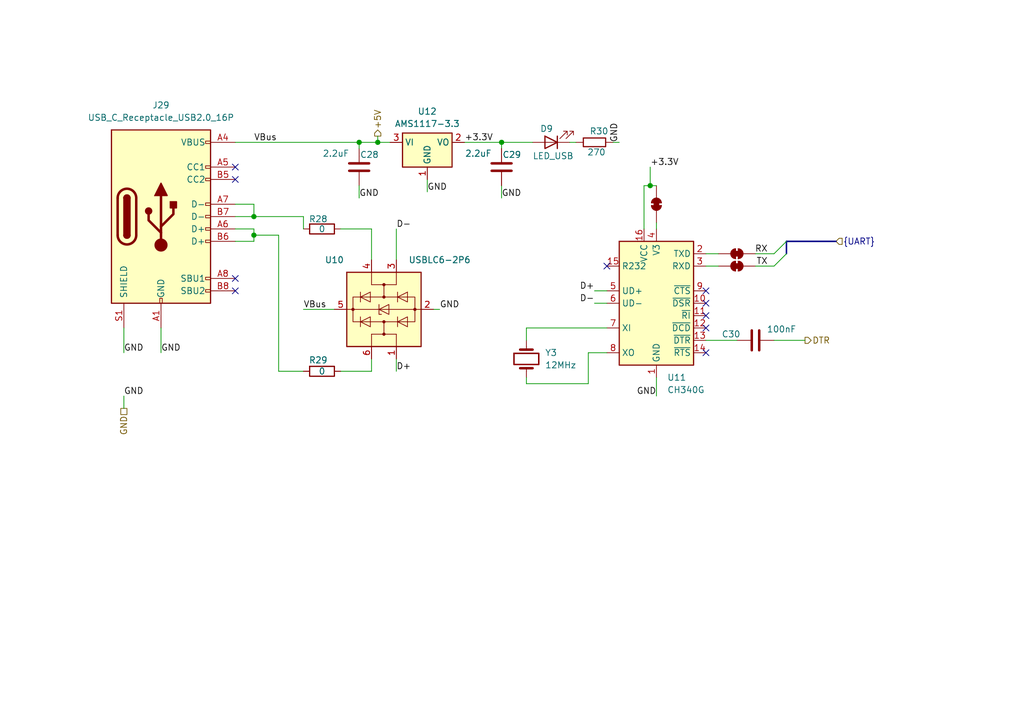
<source format=kicad_sch>
(kicad_sch (version 20231120) (generator "eeschema") (generator_version "8.0")
  (paper "A5")
  (title_block (title "Programming connector") (date "2024-11-03") (rev "1.0"))
  (lib_symbols
    (symbol "Connector:USB_C_Receptacle_USB2.0_16P" (pin_names (offset 1.016))
      (property "Reference" "J" (at 0 22.225 0))
      (property "Value" "USB_C_Receptacle_USB2.0_16P" (at 0 19.685 0))
      (symbol "USB_C_Receptacle_USB2.0_16P_0_0"
        (rectangle (start -0.254 -17.78) (end 0.254 -16.764))
        (rectangle (start 10.16 -14.986) (end 9.144 -15.494))
        (rectangle (start 10.16 -12.446) (end 9.144 -12.954))
        (rectangle (start 10.16 -4.826) (end 9.144 -5.334))
        (rectangle (start 10.16 -2.286) (end 9.144 -2.794))
        (rectangle (start 10.16 0.254) (end 9.144 -0.254))
        (rectangle (start 10.16 2.794) (end 9.144 2.286))
        (rectangle (start 10.16 7.874) (end 9.144 7.366))
        (rectangle (start 10.16 10.414) (end 9.144 9.906))
        (rectangle (start 10.16 15.494) (end 9.144 14.986))
      )
      (symbol "USB_C_Receptacle_USB2.0_16P_0_1"
        (rectangle (start -10.16 17.78) (end 10.16 -17.78) (stroke (width 0.254)) (fill (type background)))
        (arc (start -8.89 -3.81) (mid -6.985 -5.7067) (end -5.08 -3.81) (stroke (width 0.508)))
        (arc (start -7.62 -3.81) (mid -6.985 -4.4423) (end -6.35 -3.81) (stroke (width 0.254)))
        (arc (start -7.62 -3.81) (mid -6.985 -4.4423) (end -6.35 -3.81) (stroke (width 0.254)) (fill (type outline)))
        (rectangle (start -7.62 -3.81) (end -6.35 3.81) (stroke (width 0.254)) (fill (type outline)))
        (arc (start -6.35 3.81) (mid -6.985 4.4423) (end -7.62 3.81) (stroke (width 0.254)))
        (arc (start -6.35 3.81) (mid -6.985 4.4423) (end -7.62 3.81) (stroke (width 0.254)) (fill (type outline)))
        (arc (start -5.08 3.81) (mid -6.985 5.7067) (end -8.89 3.81) (stroke (width 0.508)))
        (circle (center -2.54 1.143) (radius 0.635) (stroke (width 0.254)) (fill (type outline)))
        (circle (center 0 -5.842) (radius 1.27) (fill (type outline)))
        (polyline (pts (xy -8.89 -3.81) (xy -8.89 3.81)) (stroke (width 0.508)))
        (polyline (pts (xy -5.08 3.81) (xy -5.08 -3.81)) (stroke (width 0.508)))
        (polyline (pts (xy 0 -5.842) (xy 0 4.318)) (stroke (width 0.508)))
        (polyline (pts (xy 0 -3.302) (xy -2.54 -0.762) (xy -2.54 0.508)) (stroke (width 0.508)))
        (polyline (pts (xy 0 -2.032) (xy 2.54 0.508) (xy 2.54 1.778)) (stroke (width 0.508)))
        (polyline (pts (xy -1.27 4.318) (xy 0 6.858) (xy 1.27 4.318) (xy -1.27 4.318)) (stroke (width 0.254)) (fill (type outline)))
        (rectangle (start 1.905 1.778) (end 3.175 3.048) (stroke (width 0.254)) (fill (type outline)))
      )
      (symbol "USB_C_Receptacle_USB2.0_16P_1_1"
        (pin passive line (at 0 -22.86 90) (length 5.08) (name "GND") (number "A1"))
        (pin passive line (at 0 -22.86 90) (length 5.08) hide (name "GND") (number "A12"))
        (pin passive line (at 15.24 15.24 180) (length 5.08) (name "VBUS") (number "A4"))
        (pin bidirectional line (at 15.24 10.16 180) (length 5.08) (name "CC1") (number "A5"))
        (pin bidirectional line (at 15.24 -2.54 180) (length 5.08) (name "D+") (number "A6"))
        (pin bidirectional line (at 15.24 2.54 180) (length 5.08) (name "D-") (number "A7"))
        (pin bidirectional line (at 15.24 -12.7 180) (length 5.08) (name "SBU1") (number "A8"))
        (pin passive line (at 15.24 15.24 180) (length 5.08) hide (name "VBUS") (number "A9"))
        (pin passive line (at 0 -22.86 90) (length 5.08) hide (name "GND") (number "B1"))
        (pin passive line (at 0 -22.86 90) (length 5.08) hide (name "GND") (number "B12"))
        (pin passive line (at 15.24 15.24 180) (length 5.08) hide (name "VBUS") (number "B4"))
        (pin bidirectional line (at 15.24 7.62 180) (length 5.08) (name "CC2") (number "B5"))
        (pin bidirectional line (at 15.24 -5.08 180) (length 5.08) (name "D+") (number "B6"))
        (pin bidirectional line (at 15.24 0 180) (length 5.08) (name "D-") (number "B7"))
        (pin bidirectional line (at 15.24 -15.24 180) (length 5.08) (name "SBU2") (number "B8"))
        (pin passive line (at 15.24 15.24 180) (length 5.08) hide (name "VBUS") (number "B9"))
        (pin passive line (at -7.62 -22.86 90) (length 5.08) (name "SHIELD") (number "S1"))
      )
    )
    (symbol "Device:C" (pin_numbers hide) (pin_names (offset 0.254))
      (property "Reference" "C" (at 0.635 2.54 0))
      (property "Value" "C" (at 0.635 -2.54 0))
      (symbol "C_0_1"
        (polyline (pts (xy -2.032 -0.762) (xy 2.032 -0.762)) (stroke (width 0.508)))
        (polyline (pts (xy -2.032 0.762) (xy 2.032 0.762)) (stroke (width 0.508)))
      )
      (symbol "C_1_1"
        (pin passive line (at 0 3.81 270) (length 2.794) (name "~") (number "1"))
        (pin passive line (at 0 -3.81 90) (length 2.794) (name "~") (number "2"))
      )
    )
    (symbol "Device:Crystal" (pin_numbers hide) (pin_names (offset 1.016) hide)
      (property "Reference" "Y" (at 0 3.81 0))
      (property "Value" "Crystal" (at 0 -3.81 0))
      (symbol "Crystal_0_1"
        (rectangle (start -1.143 2.54) (end 1.143 -2.54) (stroke (width 0.3048)))
        (polyline (pts (xy -2.54 0) (xy -1.905 0)))
        (polyline (pts (xy -1.905 -1.27) (xy -1.905 1.27)) (stroke (width 0.508)))
        (polyline (pts (xy 1.905 -1.27) (xy 1.905 1.27)) (stroke (width 0.508)))
        (polyline (pts (xy 2.54 0) (xy 1.905 0)))
      )
      (symbol "Crystal_1_1"
        (pin passive line (at -3.81 0 0) (length 1.27) (name "1") (number "1"))
        (pin passive line (at 3.81 0 180) (length 1.27) (name "2") (number "2"))
      )
    )
    (symbol "Device:LED" (pin_numbers hide) (pin_names (offset 1.016) hide)
      (property "Reference" "D" (at 0 2.54 0))
      (property "Value" "LED" (at 0 -2.54 0))
      (symbol "LED_0_1"
        (polyline (pts (xy -1.27 -1.27) (xy -1.27 1.27)) (stroke (width 0.254)))
        (polyline (pts (xy -1.27 0) (xy 1.27 0)))
        (polyline (pts (xy 1.27 -1.27) (xy 1.27 1.27) (xy -1.27 0) (xy 1.27 -1.27)) (stroke (width 0.254)))
        (polyline (pts (xy -3.048 -0.762) (xy -4.572 -2.286) (xy -3.81 -2.286) (xy -4.572 -2.286) (xy -4.572 -1.524)))
        (polyline (pts (xy -1.778 -0.762) (xy -3.302 -2.286) (xy -2.54 -2.286) (xy -3.302 -2.286) (xy -3.302 -1.524)))
      )
      (symbol "LED_1_1"
        (pin passive line (at -3.81 0 0) (length 2.54) (name "K") (number "1"))
        (pin passive line (at 3.81 0 180) (length 2.54) (name "A") (number "2"))
      )
    )
    (symbol "Device:R" (pin_numbers hide) (pin_names (offset 0))
      (property "Reference" "R" (at 2.032 0 90))
      (property "Value" "R" (at 0 0 90))
      (symbol "R_0_1"
        (rectangle (start -1.016 -2.54) (end 1.016 2.54) (stroke (width 0.254)))
      )
      (symbol "R_1_1"
        (pin passive line (at 0 3.81 270) (length 1.27) (name "~") (number "1"))
        (pin passive line (at 0 -3.81 90) (length 1.27) (name "~") (number "2"))
      )
    )
    (symbol "Interface_USB:CH340G"
      (property "Reference" "U" (at -5.08 13.97 0))
      (property "Value" "CH340G" (at 1.27 13.97 0))
      (symbol "CH340G_0_1"
        (rectangle (start -7.62 12.7) (end 7.62 -12.7) (stroke (width 0.254)) (fill (type background)))
      )
      (symbol "CH340G_1_1"
        (pin power_in line (at 0 -15.24 90) (length 2.54) (name "GND") (number "1"))
        (pin input line (at 10.16 0 180) (length 2.54) (name "~{DSR}") (number "10"))
        (pin input line (at 10.16 -2.54 180) (length 2.54) (name "~{RI}") (number "11"))
        (pin input line (at 10.16 -5.08 180) (length 2.54) (name "~{DCD}") (number "12"))
        (pin output line (at 10.16 -7.62 180) (length 2.54) (name "~{DTR}") (number "13"))
        (pin output line (at 10.16 -10.16 180) (length 2.54) (name "~{RTS}") (number "14"))
        (pin input line (at -10.16 7.62 0) (length 2.54) (name "R232") (number "15"))
        (pin power_in line (at -2.54 15.24 270) (length 2.54) (name "VCC") (number "16"))
        (pin output line (at 10.16 10.16 180) (length 2.54) (name "TXD") (number "2"))
        (pin input line (at 10.16 7.62 180) (length 2.54) (name "RXD") (number "3"))
        (pin power_out line (at 0 15.24 270) (length 2.54) (name "V3") (number "4"))
        (pin bidirectional line (at -10.16 2.54 0) (length 2.54) (name "UD+") (number "5"))
        (pin bidirectional line (at -10.16 0 0) (length 2.54) (name "UD-") (number "6"))
        (pin input line (at -10.16 -5.08 0) (length 2.54) (name "XI") (number "7"))
        (pin output line (at -10.16 -10.16 0) (length 2.54) (name "XO") (number "8"))
        (pin input line (at 10.16 2.54 180) (length 2.54) (name "~{CTS}") (number "9"))
      )
    )
    (symbol "Jumper:SolderJumper_2_Bridged" (pin_numbers hide) (pin_names (offset 0) hide) (exclude_from_sim yes) (in_bom no)
      (property "Reference" "JP" (at 0 2.032 0))
      (property "Value" "SolderJumper_2_Bridged" (at 0 -2.54 0))
      (symbol "SolderJumper_2_Bridged_0_1"
        (rectangle (start -0.508 0.508) (end 0.508 -0.508) (fill (type outline)))
        (arc (start -0.254 1.016) (mid -1.2656 0) (end -0.254 -1.016))
        (arc (start -0.254 1.016) (mid -1.2656 0) (end -0.254 -1.016) (fill (type outline)))
        (polyline (pts (xy -0.254 1.016) (xy -0.254 -1.016)))
        (polyline (pts (xy 0.254 1.016) (xy 0.254 -1.016)))
        (arc (start 0.254 -1.016) (mid 1.2656 0) (end 0.254 1.016))
        (arc (start 0.254 -1.016) (mid 1.2656 0) (end 0.254 1.016) (fill (type outline)))
      )
      (symbol "SolderJumper_2_Bridged_1_1"
        (pin passive line (at -3.81 0 0) (length 2.54) (name "A") (number "1"))
        (pin passive line (at 3.81 0 180) (length 2.54) (name "B") (number "2"))
      )
    )
    (symbol "PCM_SL_Devices:Resistor_0.5W"
      (property "Reference" "R" (at 0 5.08 0))
      (property "Value" "Resistor_0.5W" (at 0 2.54 0))
      (symbol "Resistor_0.5W_0_1"
        (rectangle (start -2.286 0.889) (end 2.286 -0.889) (stroke (width 0.24)))
      )
      (symbol "Resistor_0.5W_1_1"
        (pin passive line (at -3.81 0 0) (length 1.5) (name "") (number "1"))
        (pin passive line (at 3.81 0 180) (length 1.5) (name "~") (number "2"))
      )
    )
    (symbol "Power_Protection:USBLC6-2P6" (pin_names hide)
      (property "Reference" "U" (at 2.54 8.89 0))
      (property "Value" "USBLC6-2P6" (at 2.54 -8.89 0))
      (symbol "USBLC6-2P6_0_1"
        (rectangle (start -7.62 -7.62) (end 7.62 7.62) (stroke (width 0.254)) (fill (type background)))
        (circle (center -5.08 0) (radius 0.254) (fill (type outline)))
        (circle (center -2.54 0) (radius 0.254) (fill (type outline)))
        (rectangle (start -2.54 6.35) (end 2.54 -6.35))
        (circle (center 0 -6.35) (radius 0.254) (fill (type outline)))
        (polyline (pts (xy -5.08 -2.54) (xy -7.62 -2.54)))
        (polyline (pts (xy -5.08 0) (xy -5.08 -2.54)))
        (polyline (pts (xy -5.08 2.54) (xy -7.62 2.54)))
        (polyline (pts (xy -1.524 -2.794) (xy -3.556 -2.794)))
        (polyline (pts (xy -1.524 4.826) (xy -3.556 4.826)))
        (polyline (pts (xy 0 -7.62) (xy 0 -6.35)))
        (polyline (pts (xy 0 -6.35) (xy 0 1.27)))
        (polyline (pts (xy 0 1.27) (xy 0 6.35)))
        (polyline (pts (xy 0 6.35) (xy 0 7.62)))
        (polyline (pts (xy 1.524 -2.794) (xy 3.556 -2.794)))
        (polyline (pts (xy 1.524 4.826) (xy 3.556 4.826)))
        (polyline (pts (xy 5.08 -2.54) (xy 7.62 -2.54)))
        (polyline (pts (xy 5.08 0) (xy 5.08 -2.54)))
        (polyline (pts (xy 5.08 2.54) (xy 7.62 2.54)))
        (polyline (pts (xy -2.54 0) (xy -5.08 0) (xy -5.08 2.54)))
        (polyline (pts (xy 2.54 0) (xy 5.08 0) (xy 5.08 2.54)))
        (polyline (pts (xy -3.556 -4.826) (xy -1.524 -4.826) (xy -2.54 -2.794) (xy -3.556 -4.826)))
        (polyline (pts (xy -3.556 2.794) (xy -1.524 2.794) (xy -2.54 4.826) (xy -3.556 2.794)))
        (polyline (pts (xy -1.016 -1.016) (xy 1.016 -1.016) (xy 0 1.016) (xy -1.016 -1.016)))
        (polyline (pts (xy 1.016 1.016) (xy 0.762 1.016) (xy -1.016 1.016) (xy -1.016 0.508)))
        (polyline (pts (xy 3.556 -4.826) (xy 1.524 -4.826) (xy 2.54 -2.794) (xy 3.556 -4.826)))
        (polyline (pts (xy 3.556 2.794) (xy 1.524 2.794) (xy 2.54 4.826) (xy 3.556 2.794)))
        (circle (center 0 6.35) (radius 0.254) (fill (type outline)))
        (circle (center 2.54 0) (radius 0.254) (fill (type outline)))
        (circle (center 5.08 0) (radius 0.254) (fill (type outline)))
      )
      (symbol "USBLC6-2P6_1_1"
        (pin passive line (at -10.16 -2.54 0) (length 2.54) (name "I/O1") (number "1"))
        (pin passive line (at 0 -10.16 90) (length 2.54) (name "GND") (number "2"))
        (pin passive line (at 10.16 -2.54 180) (length 2.54) (name "I/O2") (number "3"))
        (pin passive line (at 10.16 2.54 180) (length 2.54) (name "I/O2") (number "4"))
        (pin passive line (at 0 10.16 270) (length 2.54) (name "VBUS") (number "5"))
        (pin passive line (at -10.16 2.54 0) (length 2.54) (name "I/O1") (number "6"))
      )
    )
    (symbol "Regulator_Linear:AMS1117-3.3"
      (property "Reference" "U" (at -3.81 3.175 0))
      (property "Value" "AMS1117-3.3" (at 0 3.175 0))
      (symbol "AMS1117-3.3_0_1"
        (rectangle (start -5.08 -5.08) (end 5.08 1.905) (stroke (width 0.254)) (fill (type background)))
      )
      (symbol "AMS1117-3.3_1_1"
        (pin power_in line (at 0 -7.62 90) (length 2.54) (name "GND") (number "1"))
        (pin power_out line (at 7.62 0 180) (length 2.54) (name "VO") (number "2"))
        (pin power_in line (at -7.62 0 0) (length 2.54) (name "VI") (number "3"))
      )
    )
  )
  (bus_alias "I2C" (members "SCL" "SDA"))
  (bus_alias "SPI" (members "MOSI" "MISO" "SCK" "CLK"))
  (bus_alias "UART" (members "RX" "TX"))
  (junction (at 52.07 48.26))
  (junction (at 73.66 29.21))
  (junction (at 77.47 29.21))
  (junction (at 52.07 44.45))
  (junction (at 133.35 38.1))
  (junction (at 102.87 29.21))
  (no_connect (at 48.26 34.29))
  (no_connect (at 144.78 62.23))
  (no_connect (at 144.78 59.69))
  (no_connect (at 144.78 67.31))
  (no_connect (at 144.78 64.77))
  (no_connect (at 144.78 72.39))
  (no_connect (at 48.26 57.15))
  (no_connect (at 48.26 59.69))
  (no_connect (at 48.26 36.83))
  (no_connect (at 124.46 54.61))
  (bus_entry (at 161.29 52.07) (size -2.54 2.54))
  (bus_entry (at 161.29 49.53) (size -2.54 2.54))
  (wire (pts (xy 154.94 54.61) (xy 158.75 54.61)))
  (wire (pts (xy 107.95 69.85) (xy 107.95 67.31)))
  (wire (pts (xy 102.87 29.21) (xy 109.22 29.21)))
  (bus (pts (xy 171.45 49.53) (xy 161.29 49.53)))
  (wire (pts (xy 77.47 27.94) (xy 77.47 29.21)))
  (wire (pts (xy 134.62 45.72) (xy 134.62 46.99)))
  (wire (pts (xy 52.07 44.45) (xy 62.23 44.45)))
  (wire (pts (xy 144.78 52.07) (xy 147.32 52.07)))
  (wire (pts (xy 132.08 38.1) (xy 133.35 38.1)))
  (wire (pts (xy 57.15 48.26) (xy 52.07 48.26)))
  (wire (pts (xy 76.2 76.2) (xy 76.2 73.66)))
  (wire (pts (xy 48.26 49.53) (xy 52.07 49.53)))
  (wire (pts (xy 102.87 29.21) (xy 102.87 30.48)))
  (wire (pts (xy 107.95 78.74) (xy 107.95 77.47)))
  (wire (pts (xy 77.47 29.21) (xy 80.01 29.21)))
  (wire (pts (xy 76.2 46.99) (xy 76.2 53.34)))
  (wire (pts (xy 121.92 62.23) (xy 124.46 62.23)))
  (wire (pts (xy 121.92 59.69) (xy 124.46 59.69)))
  (wire (pts (xy 120.65 72.39) (xy 120.65 78.74)))
  (wire (pts (xy 124.46 72.39) (xy 120.65 72.39)))
  (wire (pts (xy 69.85 76.2) (xy 76.2 76.2)))
  (wire (pts (xy 52.07 48.26) (xy 52.07 46.99)))
  (wire (pts (xy 69.85 46.99) (xy 76.2 46.99)))
  (wire (pts (xy 134.62 77.47) (xy 134.62 81.28)))
  (wire (pts (xy 107.95 67.31) (xy 124.46 67.31)))
  (wire (pts (xy 52.07 41.91) (xy 52.07 44.45)))
  (bus (pts (xy 161.29 52.07) (xy 161.29 49.53)))
  (wire (pts (xy 144.78 69.85) (xy 151.13 69.85)))
  (wire (pts (xy 87.63 36.83) (xy 87.63 39.37)))
  (wire (pts (xy 102.87 38.1) (xy 102.87 40.64)))
  (wire (pts (xy 120.65 78.74) (xy 107.95 78.74)))
  (wire (pts (xy 73.66 29.21) (xy 73.66 30.48)))
  (wire (pts (xy 48.26 46.99) (xy 52.07 46.99)))
  (wire (pts (xy 73.66 29.21) (xy 77.47 29.21)))
  (wire (pts (xy 73.66 38.1) (xy 73.66 40.64)))
  (wire (pts (xy 62.23 63.5) (xy 68.58 63.5)))
  (wire (pts (xy 116.84 29.21) (xy 118.11 29.21)))
  (wire (pts (xy 52.07 49.53) (xy 52.07 48.26)))
  (wire (pts (xy 144.78 54.61) (xy 147.32 54.61)))
  (wire (pts (xy 48.26 29.21) (xy 73.66 29.21)))
  (wire (pts (xy 25.4 67.31) (xy 25.4 72.39)))
  (wire (pts (xy 158.75 69.85) (xy 165.1 69.85)))
  (wire (pts (xy 81.28 73.66) (xy 81.28 76.2)))
  (wire (pts (xy 88.9 63.5) (xy 90.17 63.5)))
  (wire (pts (xy 95.25 29.21) (xy 102.87 29.21)))
  (wire (pts (xy 48.26 41.91) (xy 52.07 41.91)))
  (wire (pts (xy 154.94 52.07) (xy 158.75 52.07)))
  (wire (pts (xy 132.08 46.99) (xy 132.08 38.1)))
  (wire (pts (xy 125.73 29.21) (xy 127 29.21)))
  (wire (pts (xy 62.23 46.99) (xy 62.23 44.45)))
  (wire (pts (xy 81.28 53.34) (xy 81.28 46.99)))
  (wire (pts (xy 57.15 76.2) (xy 62.23 76.2)))
  (wire (pts (xy 57.15 76.2) (xy 57.15 48.26)))
  (wire (pts (xy 133.35 38.1) (xy 134.62 38.1)))
  (wire (pts (xy 133.35 34.29) (xy 133.35 38.1)))
  (wire (pts (xy 48.26 44.45) (xy 52.07 44.45)))
  (wire (pts (xy 33.02 67.31) (xy 33.02 72.39)))
  (wire (pts (xy 25.4 81.28) (xy 25.4 83.82)))
  (label "D+" (at 121.92 59.69 180))
  (label "GND" (at 25.4 72.39 0))
  (label "GND" (at 73.66 40.64 0))
  (label "VBus" (at 62.23 63.5 0))
  (label "D-" (at 121.92 62.23 180))
  (label "GND" (at 127 29.21 90))
  (label "GND" (at 90.17 63.5 0))
  (label "GND" (at 33.02 72.39 0))
  (label "D-" (at 81.28 46.99 0))
  (label "RX" (at 157.48 52.07 180))
  (label "+3.3V" (at 133.35 34.29 0))
  (label "VBus" (at 52.07 29.21 0))
  (label "GND" (at 102.87 40.64 0))
  (label "GND" (at 87.63 39.37 0))
  (label "+3.3V" (at 95.25 29.21 0))
  (label "D+" (at 81.28 76.2 0))
  (label "GND" (at 25.4 81.28 0))
  (label "TX" (at 157.48 54.61 180))
  (label "GND" (at 134.62 81.28 180))
  (hierarchical_label "+5V" (shape output) (at 77.47 27.94 90))
  (hierarchical_label "DTR" (shape output) (at 165.1 69.85 0))
  (hierarchical_label "{UART}" (shape input) (at 171.45 49.53 0))
  (hierarchical_label "GND" (shape passive) (at 25.4 83.82 270))
  (symbol (lib_id "Device:Crystal") (at 107.95 73.66 270) (unit 1)
    (property "Reference" "Y3" (at 111.76 72.3899 90) (effects (justify left)))
    (property "Value" "12MHz" (at 111.76 74.9299 90) (effects (justify left)))
    (property "Footprint" "Crystal:Crystal_SMD_HC49-SD" (effects (hide yes)))
    (property "Description" "Two pin crystal" (effects (hide yes)))
  )
  (symbol (lib_id "Connector:USB_C_Receptacle_USB2.0_16P") (at 33.02 44.45 0) (unit 1)
    (property "Reference" "J29" (at 33.02 21.59 0))
    (property "Value" "USB_C_Receptacle_USB2.0_16P" (at 33.02 24.13 0))
    (property "Footprint" "Connector_USB:USB_C_Receptacle_GCT_USB4085" (effects (hide yes)))
    (property "Datasheet" "https://www.usb.org/sites/default/files/documents/usb_type-c.zip" (effects (hide yes)))
    (property "Description" "USB 2.0-only 16P Type-C Receptacle connector" (effects (hide yes)))
    (instances (project "Weather" (path "" (reference "J29") (unit 1))) (project "Tracker" (path "" (reference "J3") (unit 1))))
  )
  (symbol (lib_id "Device:R") (at 66.04 46.99 90) (unit 1)
    (property "Reference" "R28" (at 65.278 44.958 90))
    (property "Value" "0" (at 66.04 46.99 90))
    (property "Footprint" "Resistor_SMD:R_0603_1608Metric" (effects (hide yes)))
    (instances (project "Weather" (path "" (reference "R28") (unit 1))) (project "Tracker" (path "" (reference "R67") (unit 1))))
  )
  (symbol (lib_id "Jumper:SolderJumper_2_Bridged") (at 151.13 52.07 0) (unit 1) (exclude_from_sim yes) (in_bom no)
    (property "Reference" "J28" (effects (hide yes)))
    (property "Value" "SolderJumper_2_Bridged" (effects (hide yes)))
    (property "Footprint" "Jumper:SolderJumper-2_P1.3mm_Bridged_Pad1.0x1.5mm" (effects (hide yes)))
    (property "Description" "Solder Jumper, 2-pole, closed/bridged" (effects (hide yes)))
  )
  (symbol (lib_id "Device:C") (at 154.94 69.85 90) (unit 1)
    (property "Reference" "C30" (at 151.892 68.58 90) (effects (justify left)))
    (property "Value" "100nF" (at 163.322 67.564 90) (effects (justify left)))
    (property "Footprint" "Capacitor_SMD:C_0603_1608Metric" (effects (hide yes)))
    (instances (project "Weather" (path "" (reference "C30") (unit 1))) (project "Tracker" (path "" (reference "C41") (unit 1))))
  )
  (symbol (lib_id "PCM_SL_Devices:Resistor_0.5W") (at 121.92 29.21 0) (unit 1)
    (property "Reference" "R30" (at 120.904 26.924 0) (effects (justify left)))
    (property "Value" "270" (at 120.396 31.242 0) (effects (justify left)))
    (property "Footprint" "Resistor_SMD:R_0603_1608Metric" (effects (hide yes)))
    (instances (project "Weather" (path "" (reference "R30") (unit 1))) (project "Tracker" (path "" (reference "R19") (unit 1))))
  )
  (symbol (lib_id "Interface_USB:CH340G") (at 134.62 62.23 0) (unit 1)
    (property "Reference" "U11" (at 136.8141 77.47 0) (effects (justify left)))
    (property "Value" "CH340G" (at 136.8141 80.01 0) (effects (justify left)))
    (property "Footprint" "Package_SO:SOIC-16_3.9x9.9mm_P1.27mm" (effects (hide yes)))
    (property "Datasheet" "http://www.datasheet5.com/pdf-local-2195953" (effects (hide yes)))
    (property "Description" "USB serial converter, UART, SOIC-16" (effects (hide yes)))
  )
  (symbol (lib_id "Device:C") (at 73.66 34.29 180) (unit 1)
    (property "Reference" "C28" (at 77.724 31.75 0) (effects (justify left)))
    (property "Value" "2.2uF" (at 71.628 31.496 0) (effects (justify left)))
    (property "Footprint" "Capacitor_SMD:C_0603_1608Metric" (effects (hide yes)))
  )
  (symbol (lib_id "Device:R") (at 66.04 76.2 90) (unit 1)
    (property "Reference" "R29" (at 65.278 73.914 90))
    (property "Value" "0" (at 66.04 76.2 90))
    (property "Footprint" "Resistor_SMD:R_0603_1608Metric" (effects (hide yes)))
    (instances (project "Weather" (path "" (reference "R29") (unit 1))) (project "Tracker" (path "" (reference "R68") (unit 1))))
  )
  (symbol (lib_id "Regulator_Linear:AMS1117-3.3") (at 87.63 29.21 0) (unit 1)
    (property "Reference" "U12" (at 87.63 22.86 0))
    (property "Value" "AMS1117-3.3" (at 87.63 25.4 0))
    (property "Footprint" "Package_TO_SOT_SMD:SOT-223-3_TabPin2" (effects (hide yes)))
    (property "Datasheet" "http://www.advanced-monolithic.com/pdf/ds1117.pdf" (effects (hide yes)))
    (property "Description" "1A Low Dropout regulator, positive, 3.3V fixed output, SOT-223" (effects (hide yes)))
  )
  (symbol (lib_id "Jumper:SolderJumper_2_Bridged") (at 151.13 54.61 0) (unit 1) (exclude_from_sim yes) (in_bom no)
    (property "Reference" "J34" (effects (hide yes)))
    (property "Value" "SolderJumper_2_Bridged" (effects (hide yes)))
    (property "Footprint" "Jumper:SolderJumper-2_P1.3mm_Bridged_Pad1.0x1.5mm" (effects (hide yes)))
    (property "Description" "Solder Jumper, 2-pole, closed/bridged" (effects (hide yes)))
  )
  (symbol (lib_id "Device:C") (at 102.87 34.29 180) (unit 1)
    (property "Reference" "C29" (at 106.934 31.75 0) (effects (justify left)))
    (property "Value" "2.2uF" (at 100.838 31.496 0) (effects (justify left)))
    (property "Footprint" "Capacitor_SMD:C_0603_1608Metric" (effects (hide yes)))
  )
  (symbol (lib_id "Power_Protection:USBLC6-2P6") (at 78.74 63.5 90) (unit 1)
    (property "Reference" "U10" (at 68.58 53.34 90))
    (property "Value" "USBLC6-2P6" (at 90.17 53.34 90))
    (property "Footprint" "Package_TO_SOT_SMD:SOT-666" (effects (hide yes)))
    (property "Datasheet" "https://www.st.com/resource/en/datasheet/usblc6-2.pdf" (effects (hide yes)))
    (instances (project "Weather" (path "" (reference "U10") (unit 1))) (project "Tracker" (path "" (reference "U20") (unit 1))))
  )
  (symbol (lib_id "Device:LED") (at 113.03 29.21 180) (unit 1)
    (property "Reference" "D9" (at 110.744 26.416 0) (effects (justify right)))
    (property "Value" "LED_USB" (at 109.22 32.004 0) (effects (justify right)))
    (property "Footprint" "LED_SMD:LED_0603_1608Metric" (effects (hide yes)))
    (instances (project "Weather" (path "" (reference "D9") (unit 1))) (project "Tracker" (path "" (reference "D25") (unit 1))))
  )
  (symbol (lib_id "Jumper:SolderJumper_2_Bridged") (at 134.62 41.91 90) (unit 1) (exclude_from_sim yes) (in_bom no)
    (property "Reference" "J40" (effects (hide yes)))
    (property "Value" "SolderJumper_2_Bridged" (effects (hide yes)))
    (property "Footprint" "Jumper:SolderJumper-2_P1.3mm_Bridged_Pad1.0x1.5mm" (effects (hide yes)))
    (property "Description" "Solder Jumper, 2-pole, closed/bridged" (effects (hide yes)))
  )
)
</source>
